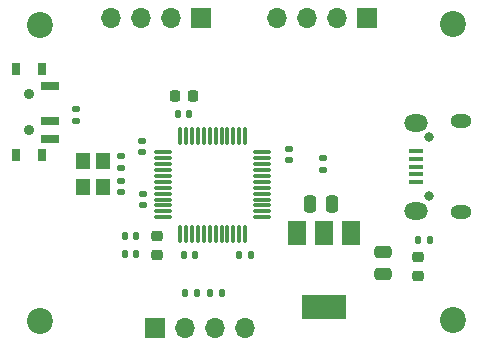
<source format=gbr>
%TF.GenerationSoftware,KiCad,Pcbnew,(6.0.0)*%
%TF.CreationDate,2024-12-16T18:31:45-06:00*%
%TF.ProjectId,UDEMY_STM32_Course,5544454d-595f-4535-944d-33325f436f75,rev?*%
%TF.SameCoordinates,Original*%
%TF.FileFunction,Soldermask,Top*%
%TF.FilePolarity,Negative*%
%FSLAX46Y46*%
G04 Gerber Fmt 4.6, Leading zero omitted, Abs format (unit mm)*
G04 Created by KiCad (PCBNEW (6.0.0)) date 2024-12-16 18:31:45*
%MOMM*%
%LPD*%
G01*
G04 APERTURE LIST*
G04 Aperture macros list*
%AMRoundRect*
0 Rectangle with rounded corners*
0 $1 Rounding radius*
0 $2 $3 $4 $5 $6 $7 $8 $9 X,Y pos of 4 corners*
0 Add a 4 corners polygon primitive as box body*
4,1,4,$2,$3,$4,$5,$6,$7,$8,$9,$2,$3,0*
0 Add four circle primitives for the rounded corners*
1,1,$1+$1,$2,$3*
1,1,$1+$1,$4,$5*
1,1,$1+$1,$6,$7*
1,1,$1+$1,$8,$9*
0 Add four rect primitives between the rounded corners*
20,1,$1+$1,$2,$3,$4,$5,0*
20,1,$1+$1,$4,$5,$6,$7,0*
20,1,$1+$1,$6,$7,$8,$9,0*
20,1,$1+$1,$8,$9,$2,$3,0*%
G04 Aperture macros list end*
%ADD10O,0.800000X0.800000*%
%ADD11O,1.800000X1.150000*%
%ADD12O,2.000000X1.450000*%
%ADD13R,1.300000X0.450000*%
%ADD14C,0.900000*%
%ADD15R,1.500000X0.700000*%
%ADD16R,0.800000X1.000000*%
%ADD17C,2.200000*%
%ADD18R,1.200000X1.400000*%
%ADD19RoundRect,0.075000X-0.662500X-0.075000X0.662500X-0.075000X0.662500X0.075000X-0.662500X0.075000X0*%
%ADD20RoundRect,0.075000X-0.075000X-0.662500X0.075000X-0.662500X0.075000X0.662500X-0.075000X0.662500X0*%
%ADD21R,3.800000X2.000000*%
%ADD22R,1.500000X2.000000*%
%ADD23RoundRect,0.135000X-0.185000X0.135000X-0.185000X-0.135000X0.185000X-0.135000X0.185000X0.135000X0*%
%ADD24RoundRect,0.135000X0.185000X-0.135000X0.185000X0.135000X-0.185000X0.135000X-0.185000X-0.135000X0*%
%ADD25RoundRect,0.135000X-0.135000X-0.185000X0.135000X-0.185000X0.135000X0.185000X-0.135000X0.185000X0*%
%ADD26RoundRect,0.135000X0.135000X0.185000X-0.135000X0.185000X-0.135000X-0.185000X0.135000X-0.185000X0*%
%ADD27O,1.700000X1.700000*%
%ADD28R,1.700000X1.700000*%
%ADD29RoundRect,0.218750X-0.256250X0.218750X-0.256250X-0.218750X0.256250X-0.218750X0.256250X0.218750X0*%
%ADD30RoundRect,0.140000X0.140000X0.170000X-0.140000X0.170000X-0.140000X-0.170000X0.140000X-0.170000X0*%
%ADD31RoundRect,0.140000X0.170000X-0.140000X0.170000X0.140000X-0.170000X0.140000X-0.170000X-0.140000X0*%
%ADD32RoundRect,0.140000X-0.140000X-0.170000X0.140000X-0.170000X0.140000X0.170000X-0.140000X0.170000X0*%
%ADD33RoundRect,0.140000X-0.170000X0.140000X-0.170000X-0.140000X0.170000X-0.140000X0.170000X0.140000X0*%
%ADD34RoundRect,0.225000X-0.225000X-0.250000X0.225000X-0.250000X0.225000X0.250000X-0.225000X0.250000X0*%
%ADD35RoundRect,0.250000X0.475000X-0.250000X0.475000X0.250000X-0.475000X0.250000X-0.475000X-0.250000X0*%
%ADD36RoundRect,0.250000X-0.250000X-0.475000X0.250000X-0.475000X0.250000X0.475000X-0.250000X0.475000X0*%
G04 APERTURE END LIST*
D10*
%TO.C,J1*%
X76795000Y-66455000D03*
X76795000Y-71455000D03*
D11*
X79545000Y-65080000D03*
X79545000Y-72830000D03*
D12*
X75745000Y-65230000D03*
X75745000Y-72680000D03*
D13*
X75695000Y-67655000D03*
X75695000Y-68305000D03*
X75695000Y-68955000D03*
X75695000Y-69605000D03*
X75695000Y-70255000D03*
%TD*%
D14*
%TO.C,SW1*%
X42970000Y-62850000D03*
X42970000Y-65850000D03*
D15*
X44730000Y-62100000D03*
X44730000Y-65100000D03*
X44730000Y-66600000D03*
D16*
X41870000Y-60700000D03*
X41870000Y-68000000D03*
X44080000Y-68000000D03*
X44080000Y-60700000D03*
%TD*%
D17*
%TO.C,H4*%
X43850000Y-57000000D03*
%TD*%
%TO.C,H3*%
X78850000Y-56900000D03*
%TD*%
%TO.C,H2*%
X78850000Y-81950000D03*
%TD*%
%TO.C,H1*%
X43850000Y-82000000D03*
%TD*%
D18*
%TO.C,Y1*%
X47500000Y-68450000D03*
X47500000Y-70650000D03*
X49200000Y-70650000D03*
X49200000Y-68450000D03*
%TD*%
D19*
%TO.C,U2*%
X54337500Y-67750000D03*
X54337500Y-68250000D03*
X54337500Y-68750000D03*
X54337500Y-69250000D03*
X54337500Y-69750000D03*
X54337500Y-70250000D03*
X54337500Y-70750000D03*
X54337500Y-71250000D03*
X54337500Y-71750000D03*
X54337500Y-72250000D03*
X54337500Y-72750000D03*
X54337500Y-73250000D03*
D20*
X55750000Y-74662500D03*
X56250000Y-74662500D03*
X56750000Y-74662500D03*
X57250000Y-74662500D03*
X57750000Y-74662500D03*
X58250000Y-74662500D03*
X58750000Y-74662500D03*
X59250000Y-74662500D03*
X59750000Y-74662500D03*
X60250000Y-74662500D03*
X60750000Y-74662500D03*
X61250000Y-74662500D03*
D19*
X62662500Y-73250000D03*
X62662500Y-72750000D03*
X62662500Y-72250000D03*
X62662500Y-71750000D03*
X62662500Y-71250000D03*
X62662500Y-70750000D03*
X62662500Y-70250000D03*
X62662500Y-69750000D03*
X62662500Y-69250000D03*
X62662500Y-68750000D03*
X62662500Y-68250000D03*
X62662500Y-67750000D03*
D20*
X61250000Y-66337500D03*
X60750000Y-66337500D03*
X60250000Y-66337500D03*
X59750000Y-66337500D03*
X59250000Y-66337500D03*
X58750000Y-66337500D03*
X58250000Y-66337500D03*
X57750000Y-66337500D03*
X57250000Y-66337500D03*
X56750000Y-66337500D03*
X56250000Y-66337500D03*
X55750000Y-66337500D03*
%TD*%
D21*
%TO.C,U1*%
X67950000Y-80850000D03*
D22*
X67950000Y-74550000D03*
X65650000Y-74550000D03*
X70250000Y-74550000D03*
%TD*%
D23*
%TO.C,R3*%
X67850000Y-68190000D03*
X67850000Y-69210000D03*
%TD*%
D24*
%TO.C,R2*%
X46950000Y-65110000D03*
X46950000Y-64090000D03*
%TD*%
D25*
%TO.C,R5*%
X59310000Y-79700000D03*
X58290000Y-79700000D03*
%TD*%
D26*
%TO.C,R4*%
X57140000Y-79650000D03*
X56120000Y-79650000D03*
%TD*%
D25*
%TO.C,R1*%
X75890000Y-75187500D03*
X76910000Y-75187500D03*
%TD*%
D27*
%TO.C,J3*%
X63980000Y-56350000D03*
X66520000Y-56350000D03*
X69060000Y-56350000D03*
D28*
X71600000Y-56350000D03*
%TD*%
%TO.C,J4*%
X53650000Y-82600000D03*
D27*
X56190000Y-82600000D03*
X58730000Y-82600000D03*
X61270000Y-82600000D03*
%TD*%
%TO.C,J2*%
X49930000Y-56350000D03*
X52470000Y-56350000D03*
X55010000Y-56350000D03*
D28*
X57550000Y-56350000D03*
%TD*%
D29*
%TO.C,FB1*%
X53750000Y-74862500D03*
X53750000Y-76437500D03*
%TD*%
%TO.C,D1*%
X75900000Y-76650000D03*
X75900000Y-78225000D03*
%TD*%
D30*
%TO.C,C3*%
X52050000Y-76400000D03*
X51090000Y-76400000D03*
%TD*%
%TO.C,C10*%
X52050000Y-74800000D03*
X51090000Y-74800000D03*
%TD*%
D31*
%TO.C,C9*%
X52600000Y-72230000D03*
X52600000Y-71270000D03*
%TD*%
D32*
%TO.C,C8*%
X55540000Y-64500000D03*
X56500000Y-64500000D03*
%TD*%
D30*
%TO.C,C7*%
X61730000Y-76450000D03*
X60770000Y-76450000D03*
%TD*%
D33*
%TO.C,C6*%
X64950000Y-67470000D03*
X64950000Y-68430000D03*
%TD*%
D31*
%TO.C,C13*%
X50750000Y-71110000D03*
X50750000Y-70150000D03*
%TD*%
%TO.C,C5*%
X52500000Y-67730000D03*
X52500000Y-66770000D03*
%TD*%
D32*
%TO.C,C11*%
X56040000Y-76450000D03*
X57000000Y-76450000D03*
%TD*%
D34*
%TO.C,C4*%
X55275000Y-63000000D03*
X56825000Y-63000000D03*
%TD*%
D31*
%TO.C,C12*%
X50750000Y-69060000D03*
X50750000Y-68100000D03*
%TD*%
D35*
%TO.C,C2*%
X72950000Y-78050000D03*
X72950000Y-76150000D03*
%TD*%
D36*
%TO.C,C1*%
X68600000Y-72100000D03*
X66700000Y-72100000D03*
%TD*%
M02*

</source>
